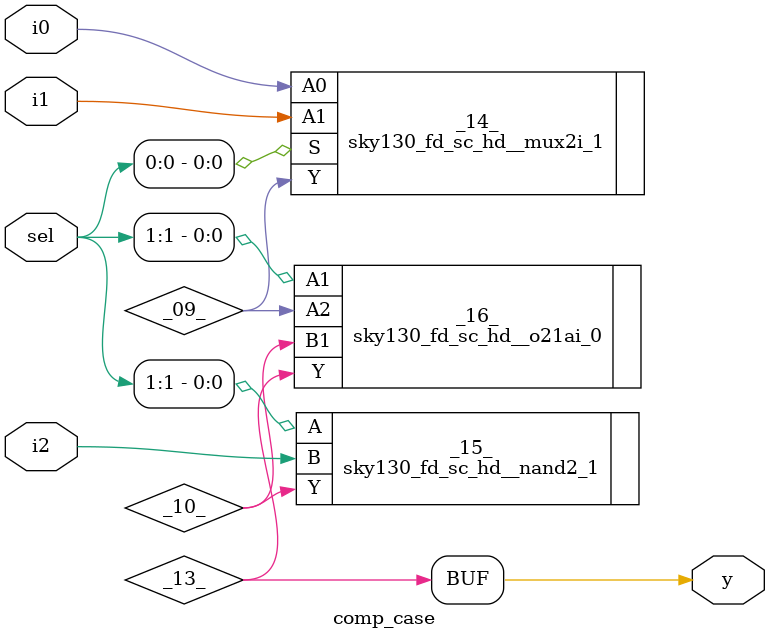
<source format=v>
/* Generated by Yosys 0.47+121 (git sha1 98b4affc4, g++ 13.2.0-23ubuntu4 -fPIC -O3) */

module comp_case(i0, i1, i2, sel, y);
  wire _00_;
  wire _01_;
  wire _02_;
  wire _03_;
  wire _04_;
  wire _05_;
  wire _06_;
  wire _07_;
  wire _08_;
  wire _09_;
  wire _10_;
  wire _11_;
  wire _12_;
  wire _13_;
  input i0;
  wire i0;
  input i1;
  wire i1;
  input i2;
  wire i2;
  input [1:0] sel;
  wire [1:0] sel;
  output y;
  wire y;
  sky130_fd_sc_hd__mux2i_1 _14_ (
    .A0(_06_),
    .A1(_07_),
    .S(_11_),
    .Y(_09_)
  );
  sky130_fd_sc_hd__nand2_1 _15_ (
    .A(_12_),
    .B(_08_),
    .Y(_10_)
  );
  sky130_fd_sc_hd__o21ai_0 _16_ (
    .A1(_12_),
    .A2(_09_),
    .B1(_10_),
    .Y(_13_)
  );
  assign _12_ = sel[1];
  assign _11_ = sel[0];
  assign _07_ = i1;
  assign _06_ = i0;
  assign _08_ = i2;
  assign y = _13_;
endmodule

</source>
